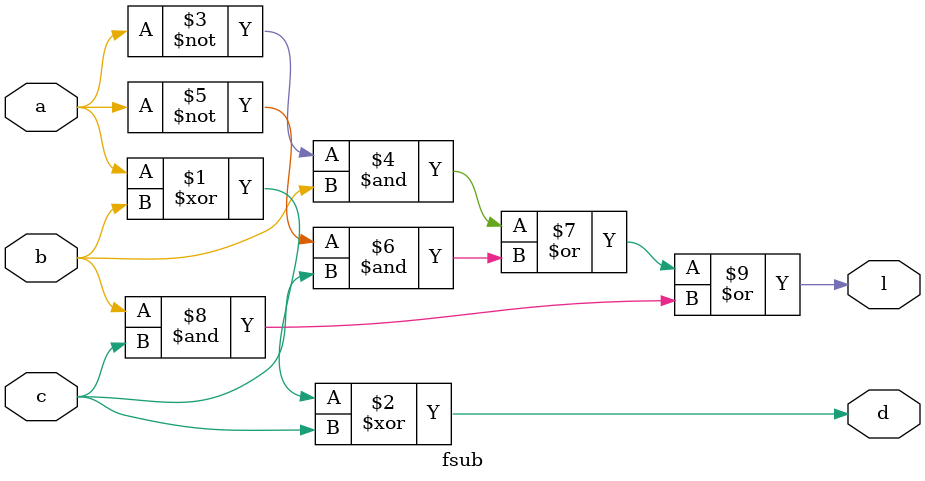
<source format=v>
module fsub(input a,b,c ,output d,l);

assign d = a^b^c;
assign l= ~a&b|~a&c|b&c;

endmodule

</source>
